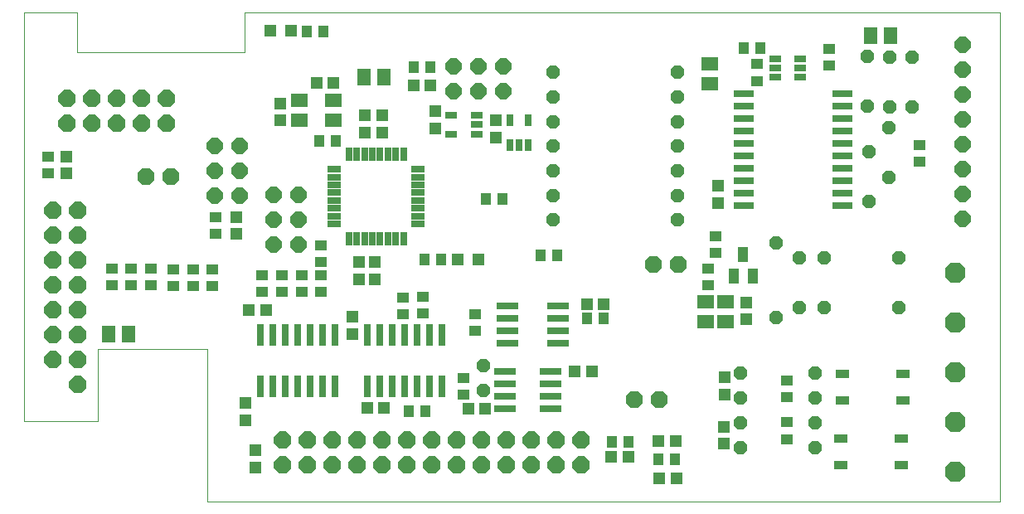
<source format=gts>
G75*
%MOIN*%
%OFA0B0*%
%FSLAX24Y24*%
%IPPOS*%
%LPD*%
%AMOC8*
5,1,8,0,0,1.08239X$1,22.5*
%
%ADD10C,0.0000*%
%ADD11R,0.0473X0.0434*%
%ADD12R,0.0552X0.0355*%
%ADD13R,0.0434X0.0473*%
%ADD14R,0.0260X0.0540*%
%ADD15R,0.0540X0.0260*%
%ADD16R,0.0453X0.0465*%
%ADD17R,0.0465X0.0453*%
%ADD18OC8,0.0827*%
%ADD19OC8,0.0560*%
%ADD20R,0.0434X0.0591*%
%ADD21R,0.0493X0.0276*%
%ADD22R,0.0840X0.0300*%
%ADD23R,0.0552X0.0670*%
%ADD24R,0.0670X0.0552*%
%ADD25OC8,0.0700*%
%ADD26OC8,0.0670*%
%ADD27R,0.0276X0.0906*%
%ADD28R,0.0906X0.0276*%
%ADD29OC8,0.0640*%
%ADD30R,0.0512X0.0512*%
%ADD31R,0.0900X0.0260*%
%ADD32R,0.0670X0.0571*%
%ADD33R,0.0276X0.0512*%
%ADD34R,0.0512X0.0276*%
D10*
X013330Y005412D02*
X013330Y021869D01*
X015456Y021869D01*
X015456Y020254D01*
X022189Y020254D01*
X022189Y021869D01*
X052543Y021869D01*
X052543Y002183D01*
X020693Y002183D01*
X020693Y008325D01*
X016283Y008325D01*
X016283Y005412D01*
X013330Y005412D01*
D11*
X016834Y010904D03*
X017622Y010904D03*
X018409Y010904D03*
X019315Y010865D03*
X020102Y010865D03*
X020889Y010865D03*
X020889Y011534D03*
X020102Y011534D03*
X019315Y011534D03*
X018409Y011573D03*
X017622Y011573D03*
X016834Y011573D03*
X021008Y012951D03*
X021008Y013620D03*
X022897Y011298D03*
X023685Y011298D03*
X024472Y011298D03*
X024472Y010628D03*
X023685Y010628D03*
X022897Y010628D03*
X025260Y010628D03*
X025260Y011298D03*
X025260Y011809D03*
X025260Y012479D03*
X028539Y010396D03*
X029342Y010428D03*
X029342Y009758D03*
X028539Y009727D03*
X031441Y009723D03*
X031441Y009054D03*
X030968Y007164D03*
X030968Y006494D03*
X040811Y010904D03*
X040811Y011573D03*
X041126Y012203D03*
X041126Y012872D03*
X049315Y015865D03*
X049315Y016534D03*
X045681Y019711D03*
X045681Y020380D03*
X042767Y019774D03*
X042767Y019105D03*
X043988Y007065D03*
X043988Y006396D03*
X043988Y005376D03*
X043988Y004707D03*
X014275Y015392D03*
X014275Y016061D03*
D12*
X046224Y007325D03*
X046224Y006262D03*
X046141Y004727D03*
X046141Y003664D03*
X048582Y003664D03*
X048582Y004727D03*
X048665Y006262D03*
X048665Y007325D03*
D13*
X039492Y003876D03*
X038823Y003876D03*
X037606Y004597D03*
X036937Y004597D03*
X029464Y005833D03*
X028795Y005833D03*
X035949Y009546D03*
X036618Y009546D03*
X034740Y012077D03*
X034071Y012077D03*
X030082Y011908D03*
X029413Y011908D03*
X031870Y014361D03*
X032539Y014361D03*
X025866Y016699D03*
X025197Y016699D03*
X028980Y019664D03*
X029649Y019664D03*
X025358Y021081D03*
X024689Y021081D03*
X042244Y020439D03*
X042913Y020439D03*
D14*
X028574Y016141D03*
X028260Y016141D03*
X027945Y016141D03*
X027630Y016141D03*
X027315Y016141D03*
X027000Y016141D03*
X026685Y016141D03*
X026370Y016141D03*
X026370Y012761D03*
X026685Y012761D03*
X027000Y012761D03*
X027315Y012761D03*
X027630Y012761D03*
X027945Y012761D03*
X028260Y012761D03*
X028574Y012761D03*
D15*
X029162Y013349D03*
X029162Y013664D03*
X029162Y013979D03*
X029162Y014294D03*
X029162Y014609D03*
X029162Y014924D03*
X029162Y015239D03*
X029162Y015554D03*
X025782Y015554D03*
X025782Y015239D03*
X025782Y014924D03*
X025782Y014609D03*
X025782Y014294D03*
X025782Y013979D03*
X025782Y013664D03*
X025782Y013349D03*
D16*
X023049Y009904D03*
X022360Y009904D03*
X027104Y005967D03*
X027793Y005967D03*
X031175Y005924D03*
X031864Y005924D03*
X035466Y007420D03*
X036155Y007420D03*
X035939Y010136D03*
X036628Y010136D03*
X038813Y004624D03*
X039502Y004624D03*
X037612Y003994D03*
X036923Y003994D03*
X038852Y003128D03*
X039541Y003128D03*
X029659Y018916D03*
X028970Y018916D03*
X025761Y019034D03*
X025073Y019034D03*
D17*
X023606Y018197D03*
X023606Y017508D03*
X027031Y017725D03*
X027700Y017725D03*
X027700Y017036D03*
X027031Y017036D03*
X029866Y017193D03*
X029866Y017882D03*
X032267Y017528D03*
X032267Y016839D03*
X027425Y011819D03*
X026795Y011819D03*
X026795Y011130D03*
X027425Y011130D03*
X026519Y009615D03*
X026519Y008926D03*
X022228Y006150D03*
X022228Y005461D03*
X022622Y004260D03*
X022622Y003571D03*
X021834Y012941D03*
X021834Y013630D03*
X015023Y015382D03*
X015023Y016071D03*
X041204Y014890D03*
X041204Y014201D03*
X042346Y010205D03*
X042346Y009516D03*
X041480Y007174D03*
X041480Y006485D03*
X041441Y005205D03*
X041441Y004516D03*
D18*
X050742Y005389D03*
X050742Y007389D03*
X050742Y009389D03*
X050742Y011389D03*
X050742Y003389D03*
D19*
X045106Y004345D03*
X045106Y005345D03*
X045106Y006345D03*
X045106Y007345D03*
X042106Y007345D03*
X042106Y006345D03*
X042106Y005345D03*
X042106Y004345D03*
X043551Y009593D03*
X044480Y010002D03*
X045480Y010002D03*
X048480Y010002D03*
X048480Y012002D03*
X045480Y012002D03*
X044480Y012002D03*
X043551Y012593D03*
X047267Y014254D03*
X048094Y015239D03*
X047267Y016254D03*
X048094Y017239D03*
X048122Y018069D03*
X049027Y018069D03*
X047216Y018077D03*
X047216Y020077D03*
X048122Y020069D03*
X049027Y020069D03*
X039571Y019467D03*
X039571Y018443D03*
X039571Y017459D03*
X039571Y016475D03*
X039571Y015491D03*
X039571Y014506D03*
X039571Y013522D03*
X034571Y013522D03*
X034571Y014506D03*
X034571Y015491D03*
X034571Y016475D03*
X034571Y017459D03*
X034571Y018443D03*
X034571Y019467D03*
X031795Y007644D03*
X031795Y006644D03*
D20*
X041854Y011254D03*
X042602Y011254D03*
X042228Y012120D03*
D21*
X043523Y019246D03*
X043523Y019620D03*
X043523Y019994D03*
X044508Y019994D03*
X044508Y019620D03*
X044508Y019246D03*
D22*
X046212Y018607D03*
X046212Y018107D03*
X046212Y017607D03*
X046212Y017107D03*
X046212Y016607D03*
X046212Y016107D03*
X046212Y015607D03*
X046212Y015107D03*
X046212Y014607D03*
X046212Y014107D03*
X042252Y014107D03*
X042252Y014607D03*
X042252Y015107D03*
X042252Y015607D03*
X042252Y016107D03*
X042252Y016607D03*
X042252Y017107D03*
X042252Y017607D03*
X042252Y018107D03*
X042252Y018607D03*
D23*
X047346Y020924D03*
X048134Y020924D03*
X027779Y019270D03*
X026992Y019270D03*
X017504Y008916D03*
X016716Y008916D03*
D24*
X040732Y009428D03*
X041519Y009428D03*
X041519Y010215D03*
X040732Y010215D03*
X040889Y018994D03*
X040889Y019782D03*
D25*
X019063Y018376D03*
X018063Y018376D03*
X017063Y018376D03*
X016063Y018376D03*
X015063Y018376D03*
X015063Y017376D03*
X016063Y017376D03*
X017063Y017376D03*
X018063Y017376D03*
X019063Y017376D03*
X015480Y013900D03*
X014480Y013900D03*
X014480Y012900D03*
X015480Y012900D03*
X015480Y011900D03*
X014480Y011900D03*
X014480Y010900D03*
X015480Y010900D03*
X015480Y009900D03*
X014480Y009900D03*
X014480Y008900D03*
X015480Y008900D03*
X015480Y007900D03*
X014480Y007900D03*
X015480Y006900D03*
X023730Y004650D03*
X024730Y004650D03*
X025730Y004650D03*
X026730Y004650D03*
X027730Y004650D03*
X028730Y004650D03*
X029730Y004650D03*
X030730Y004650D03*
X031730Y004650D03*
X032730Y004650D03*
X033730Y004650D03*
X034730Y004650D03*
X035730Y004650D03*
X035730Y003650D03*
X034730Y003650D03*
X033730Y003650D03*
X032730Y003650D03*
X031730Y003650D03*
X030730Y003650D03*
X029730Y003650D03*
X028730Y003650D03*
X027730Y003650D03*
X026730Y003650D03*
X025730Y003650D03*
X024730Y003650D03*
X023730Y003650D03*
D26*
X037858Y006294D03*
X038858Y006294D03*
X038618Y011711D03*
X039618Y011711D03*
X019224Y015270D03*
X018224Y015270D03*
D27*
X022815Y008876D03*
X023315Y008876D03*
X023815Y008876D03*
X024315Y008876D03*
X024815Y008876D03*
X025315Y008876D03*
X025815Y008876D03*
X027106Y008876D03*
X027606Y008876D03*
X028106Y008876D03*
X028606Y008876D03*
X029106Y008876D03*
X029606Y008876D03*
X030106Y008876D03*
X030106Y006829D03*
X029606Y006829D03*
X029106Y006829D03*
X028606Y006829D03*
X028106Y006829D03*
X027606Y006829D03*
X027106Y006829D03*
X025815Y006829D03*
X025315Y006829D03*
X024815Y006829D03*
X024315Y006829D03*
X023815Y006829D03*
X023315Y006829D03*
X022815Y006829D03*
D28*
X032740Y008559D03*
X032740Y009059D03*
X032740Y009559D03*
X032740Y010059D03*
X034787Y010059D03*
X034787Y009559D03*
X034787Y009059D03*
X034787Y008559D03*
D29*
X024342Y012522D03*
X023342Y012522D03*
X023342Y013522D03*
X024342Y013522D03*
X024342Y014522D03*
X023342Y014522D03*
X021980Y014491D03*
X020980Y014491D03*
X020980Y015491D03*
X021980Y015491D03*
X021980Y016491D03*
X020980Y016491D03*
X030598Y018691D03*
X031598Y018691D03*
X032598Y018691D03*
X032598Y019691D03*
X031598Y019691D03*
X030598Y019691D03*
X051047Y019565D03*
X051047Y020565D03*
X051047Y018565D03*
X051047Y017565D03*
X051047Y016565D03*
X051047Y015565D03*
X051047Y014565D03*
X051047Y013565D03*
D30*
X031578Y011908D03*
X030752Y011908D03*
X024059Y021120D03*
X023232Y021120D03*
D31*
X032637Y007422D03*
X032637Y006922D03*
X032637Y006422D03*
X032637Y005922D03*
X034497Y005922D03*
X034497Y006422D03*
X034497Y006922D03*
X034497Y007422D03*
D32*
X025752Y017528D03*
X025752Y018335D03*
X024374Y018335D03*
X024374Y017528D03*
D33*
X032838Y017540D03*
X033586Y017540D03*
X033586Y016512D03*
X033212Y016512D03*
X032838Y016512D03*
D34*
X031522Y016967D03*
X031522Y017341D03*
X031522Y017715D03*
X030493Y017715D03*
X030493Y016967D03*
M02*

</source>
